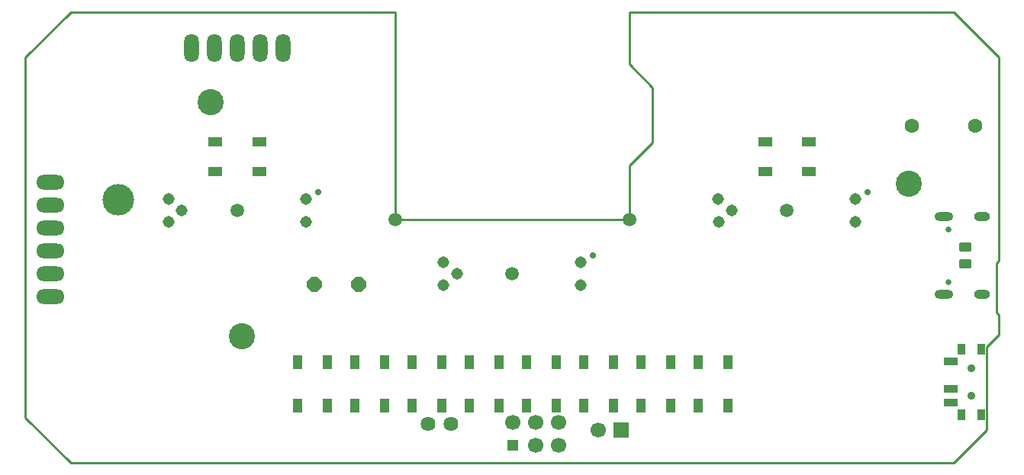
<source format=gbr>
%TF.GenerationSoftware,KiCad,Pcbnew,9.0.7*%
%TF.CreationDate,2026-01-30T16:58:59+00:00*%
%TF.ProjectId,FED3,46454433-2e6b-4696-9361-645f70636258,rev?*%
%TF.SameCoordinates,Original*%
%TF.FileFunction,Soldermask,Bot*%
%TF.FilePolarity,Negative*%
%FSLAX46Y46*%
G04 Gerber Fmt 4.6, Leading zero omitted, Abs format (unit mm)*
G04 Created by KiCad (PCBNEW 9.0.7) date 2026-01-30 16:58:59*
%MOMM*%
%LPD*%
G01*
G04 APERTURE LIST*
G04 Aperture macros list*
%AMRoundRect*
0 Rectangle with rounded corners*
0 $1 Rounding radius*
0 $2 $3 $4 $5 $6 $7 $8 $9 X,Y pos of 4 corners*
0 Add a 4 corners polygon primitive as box body*
4,1,4,$2,$3,$4,$5,$6,$7,$8,$9,$2,$3,0*
0 Add four circle primitives for the rounded corners*
1,1,$1+$1,$2,$3*
1,1,$1+$1,$4,$5*
1,1,$1+$1,$6,$7*
1,1,$1+$1,$8,$9*
0 Add four rect primitives between the rounded corners*
20,1,$1+$1,$2,$3,$4,$5,0*
20,1,$1+$1,$4,$5,$6,$7,0*
20,1,$1+$1,$6,$7,$8,$9,0*
20,1,$1+$1,$8,$9,$2,$3,0*%
%AMFreePoly0*
4,1,17,0.351552,0.797921,0.797921,0.351552,0.812800,0.315631,0.812800,-0.315631,0.797921,-0.351552,0.351552,-0.797921,0.315631,-0.812800,-0.315631,-0.812800,-0.351552,-0.797921,-0.797921,-0.351552,-0.812800,-0.315631,-0.812800,0.315631,-0.797921,0.351552,-0.351552,0.797921,-0.315631,0.812800,0.315631,0.812800,0.351552,0.797921,0.351552,0.797921,$1*%
G04 Aperture macros list end*
%ADD10C,1.700000*%
%ADD11R,1.200000X1.200000*%
%ADD12C,1.600000*%
%ADD13C,0.650000*%
%ADD14O,2.100000X1.000000*%
%ADD15O,1.800000X1.000000*%
%ADD16C,0.700000*%
%ADD17C,1.500000*%
%ADD18C,1.309600*%
%ADD19C,0.900000*%
%ADD20RoundRect,0.050800X-0.750000X0.350000X-0.750000X-0.350000X0.750000X-0.350000X0.750000X0.350000X0*%
%ADD21RoundRect,0.050800X0.400000X0.500000X-0.400000X0.500000X-0.400000X-0.500000X0.400000X-0.500000X0*%
%ADD22O,3.149600X1.625600*%
%ADD23C,2.900000*%
%ADD24C,1.625600*%
%ADD25C,3.500000*%
%ADD26FreePoly0,180.000000*%
%ADD27O,1.625600X3.149600*%
%ADD28R,1.700000X1.700000*%
%ADD29RoundRect,0.050800X0.750000X0.450000X-0.750000X0.450000X-0.750000X-0.450000X0.750000X-0.450000X0*%
%ADD30RoundRect,0.050800X-0.450000X0.750000X-0.450000X-0.750000X0.450000X-0.750000X0.450000X0.750000X0*%
%ADD31RoundRect,0.250000X0.450000X-0.262500X0.450000X0.262500X-0.450000X0.262500X-0.450000X-0.262500X0*%
%TA.AperFunction,Profile*%
%ADD32C,0.250000*%
%TD*%
G04 APERTURE END LIST*
D10*
%TO.C,J1*%
X153662050Y-125569743D03*
D11*
X148582050Y-128109743D03*
D10*
X148582050Y-125569743D03*
X153662050Y-128109743D03*
X151122050Y-125569743D03*
X151122050Y-128109743D03*
%TD*%
D12*
%TO.C,EXT0*%
X199844300Y-92614800D03*
X192844300Y-92614800D03*
%TD*%
D13*
%TO.C,J3*%
X196929200Y-109923600D03*
X196929200Y-104143600D03*
D14*
X196429200Y-111353600D03*
D15*
X200609200Y-111353600D03*
D14*
X196429200Y-102713600D03*
D15*
X200609200Y-102713600D03*
%TD*%
D16*
%TO.C,PI1*%
X187951100Y-100003600D03*
D17*
X179001100Y-102003600D03*
D18*
X186601100Y-100763600D03*
X186621100Y-103273600D03*
X171401100Y-103303600D03*
X172851100Y-102003600D03*
X171381100Y-100733600D03*
%TD*%
D16*
%TO.C,PI2*%
X157451100Y-107003600D03*
D17*
X148501100Y-109003600D03*
D18*
X156101100Y-107763600D03*
X156121100Y-110273600D03*
X140901100Y-110303600D03*
X142351100Y-109003600D03*
X140881100Y-107733600D03*
%TD*%
D16*
%TO.C,PI3*%
X126951100Y-100003600D03*
D17*
X118001100Y-102003600D03*
D18*
X125601100Y-100763600D03*
X125621100Y-103273600D03*
X110401100Y-103303600D03*
X111851100Y-102003600D03*
X110381100Y-100733600D03*
%TD*%
D19*
%TO.C,SW1*%
X199450000Y-119550000D03*
X199450000Y-122550000D03*
D20*
X197200000Y-118800000D03*
X197200000Y-121800000D03*
X197200000Y-123300000D03*
D21*
X198350000Y-117400000D03*
X200550000Y-117400000D03*
X200550000Y-124700000D03*
X198350000Y-124700000D03*
%TD*%
D22*
%TO.C,SCREEN0*%
X97251100Y-98903600D03*
X97251100Y-101443600D03*
X97251100Y-103983600D03*
X97251100Y-106523600D03*
X97251100Y-109063600D03*
X97251100Y-111603600D03*
%TD*%
D23*
%TO.C,*%
X192500000Y-99003600D03*
%TD*%
D17*
%TO.C,@HOLE2*%
X161501100Y-103003600D03*
%TD*%
%TO.C,@HOLE2*%
X135501100Y-103003600D03*
%TD*%
D24*
%TO.C,X3*%
X141694300Y-125736400D03*
X139154300Y-125736400D03*
%TD*%
D23*
%TO.C,@HOLE6*%
X118501100Y-116003600D03*
%TD*%
D25*
%TO.C,@HOLE5*%
X104788100Y-100793600D03*
%TD*%
D26*
%TO.C,BZ1*%
X131459200Y-110180000D03*
X126510000Y-110180000D03*
%TD*%
D27*
%TO.C,MOTOR0*%
X112921100Y-84003600D03*
X115461100Y-84003600D03*
X118001100Y-84003600D03*
X120541100Y-84003600D03*
X123081100Y-84003600D03*
%TD*%
D28*
%TO.C,J2*%
X160550000Y-126400000D03*
D10*
X158010000Y-126400000D03*
%TD*%
D23*
%TO.C,@HOLE0*%
X115001100Y-90003600D03*
%TD*%
D29*
%TO.C,LED10*%
X176551100Y-97650400D03*
X176551100Y-94350400D03*
X181451100Y-94350400D03*
X181451100Y-97650400D03*
%TD*%
D30*
%TO.C,LED4*%
X153351900Y-123716000D03*
X150051900Y-123716000D03*
X150051900Y-118816000D03*
X153351900Y-118816000D03*
%TD*%
D29*
%TO.C,LED9*%
X115551100Y-97650400D03*
X115551100Y-94350400D03*
X120451100Y-94350400D03*
X120451100Y-97650400D03*
%TD*%
D30*
%TO.C,LED8*%
X127951900Y-123716000D03*
X124651900Y-123716000D03*
X124651900Y-118816000D03*
X127951900Y-118816000D03*
%TD*%
%TO.C,LED3*%
X159701900Y-123716000D03*
X156401900Y-123716000D03*
X156401900Y-118816000D03*
X159701900Y-118816000D03*
%TD*%
%TO.C,LED1*%
X172401900Y-123716000D03*
X169101900Y-123716000D03*
X169101900Y-118816000D03*
X172401900Y-118816000D03*
%TD*%
D31*
%TO.C,R26*%
X198750000Y-107912500D03*
X198750000Y-106087500D03*
%TD*%
D30*
%TO.C,LED2*%
X166051900Y-123716000D03*
X162751900Y-123716000D03*
X162751900Y-118816000D03*
X166051900Y-118816000D03*
%TD*%
%TO.C,LED6*%
X140651900Y-123716000D03*
X137351900Y-123716000D03*
X137351900Y-118816000D03*
X140651900Y-118816000D03*
%TD*%
%TO.C,LED7*%
X134301900Y-123716000D03*
X131001900Y-123716000D03*
X131001900Y-118816000D03*
X134301900Y-118816000D03*
%TD*%
%TO.C,LED5*%
X147001900Y-123716000D03*
X143701900Y-123716000D03*
X143701900Y-118816000D03*
X147001900Y-118816000D03*
%TD*%
D32*
X201101100Y-126403600D02*
X201101100Y-117203600D01*
X161501100Y-103003600D02*
X135501100Y-103003600D01*
X161501100Y-80003600D02*
X161501100Y-85751600D01*
X161501100Y-85751600D02*
X164097100Y-88347600D01*
X99501100Y-80003600D02*
X94501100Y-85003600D01*
X202221100Y-107883600D02*
X202501100Y-107603600D01*
X202501100Y-85003600D02*
X197501100Y-80003600D01*
X202221100Y-113323600D02*
X202221100Y-107883600D01*
X202501100Y-107603600D02*
X202501100Y-85003600D01*
X161501100Y-96983600D02*
X161501100Y-103003600D01*
X202501100Y-113603600D02*
X202221100Y-113323600D01*
X135501100Y-103003600D02*
X135501100Y-80003600D01*
X94501100Y-125003600D02*
X99501100Y-130003600D01*
X164097100Y-88347600D02*
X164097100Y-94443600D01*
X197501100Y-130003600D02*
X201101100Y-126403600D01*
X197501100Y-80003600D02*
X161501100Y-80003600D01*
X202501100Y-115803600D02*
X202501100Y-113603600D01*
X94501100Y-85003600D02*
X94501100Y-125003600D01*
X99501100Y-130003600D02*
X197501100Y-130003600D01*
X164097100Y-94443600D02*
X161501100Y-96983600D01*
X201101100Y-117203600D02*
X202501100Y-115803600D01*
X135501100Y-80003600D02*
X99501100Y-80003600D01*
M02*

</source>
